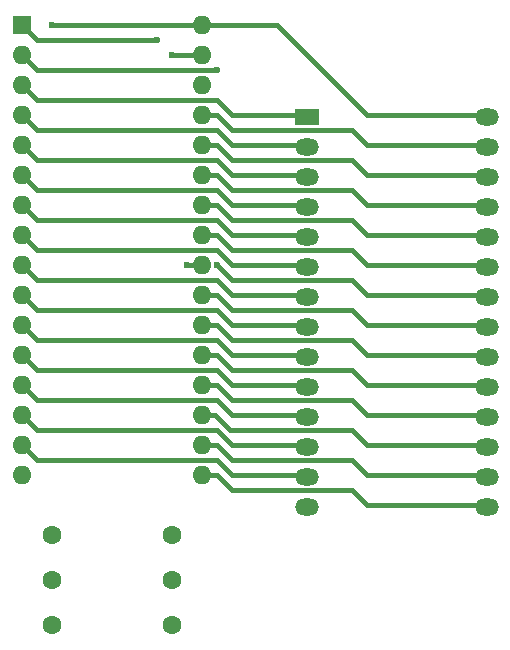
<source format=gbr>
%TF.GenerationSoftware,KiCad,Pcbnew,9.0.6*%
%TF.CreationDate,2026-01-11T11:48:49+09:00*%
%TF.ProjectId,MH01952024221Z2_1Mbit_mask-rom_adaptor,4d483031-3935-4323-9032-343232315a32,rev?*%
%TF.SameCoordinates,Original*%
%TF.FileFunction,Copper,L1,Top*%
%TF.FilePolarity,Positive*%
%FSLAX46Y46*%
G04 Gerber Fmt 4.6, Leading zero omitted, Abs format (unit mm)*
G04 Created by KiCad (PCBNEW 9.0.6) date 2026-01-11 11:48:49*
%MOMM*%
%LPD*%
G01*
G04 APERTURE LIST*
%TA.AperFunction,ComponentPad*%
%ADD10C,1.600000*%
%TD*%
%TA.AperFunction,ComponentPad*%
%ADD11R,1.600000X1.600000*%
%TD*%
%TA.AperFunction,ComponentPad*%
%ADD12O,1.600000X1.600000*%
%TD*%
%TA.AperFunction,ComponentPad*%
%ADD13R,2.000000X1.440000*%
%TD*%
%TA.AperFunction,ComponentPad*%
%ADD14O,2.000000X1.440000*%
%TD*%
%TA.AperFunction,ViaPad*%
%ADD15C,0.600000*%
%TD*%
%TA.AperFunction,Conductor*%
%ADD16C,0.400000*%
%TD*%
G04 APERTURE END LIST*
D10*
%TO.P,R2,1*%
%TO.N,Net-(J1-Pin_24)*%
X106680000Y-100330000D03*
%TO.P,R2,2*%
%TO.N,/VCC*%
X96520000Y-100330000D03*
%TD*%
D11*
%TO.P,J1,1,Pin_1*%
%TO.N,Net-(J1-Pin_1)*%
X93974500Y-53340000D03*
D12*
%TO.P,J1,2,Pin_2*%
%TO.N,/A16*%
X93974500Y-55880000D03*
%TO.P,J1,3,Pin_3*%
%TO.N,/A15*%
X93974500Y-58420000D03*
%TO.P,J1,4,Pin_4*%
%TO.N,/A12*%
X93974500Y-60960000D03*
%TO.P,J1,5,Pin_5*%
%TO.N,/A7*%
X93974500Y-63500000D03*
%TO.P,J1,6,Pin_6*%
%TO.N,/A6*%
X93974500Y-66040000D03*
%TO.P,J1,7,Pin_7*%
%TO.N,/A5*%
X93974500Y-68580000D03*
%TO.P,J1,8,Pin_8*%
%TO.N,/A4*%
X93974500Y-71120000D03*
%TO.P,J1,9,Pin_9*%
%TO.N,/A3*%
X93974500Y-73660000D03*
%TO.P,J1,10,Pin_10*%
%TO.N,/A2*%
X93974500Y-76200000D03*
%TO.P,J1,11,Pin_11*%
%TO.N,/A1*%
X93974500Y-78740000D03*
%TO.P,J1,12,Pin_12*%
%TO.N,/A0*%
X93974500Y-81280000D03*
%TO.P,J1,13,Pin_13*%
%TO.N,/D0*%
X93974500Y-83820000D03*
%TO.P,J1,14,Pin_14*%
%TO.N,/D1*%
X93974500Y-86360000D03*
%TO.P,J1,15,Pin_15*%
%TO.N,/D2*%
X93974500Y-88900000D03*
%TO.P,J1,16,Pin_16*%
%TO.N,/GND*%
X93974500Y-91440000D03*
%TO.P,J1,17,Pin_17*%
%TO.N,/D3*%
X109214500Y-91440000D03*
%TO.P,J1,18,Pin_18*%
%TO.N,/D4*%
X109214500Y-88900000D03*
%TO.P,J1,19,Pin_19*%
%TO.N,/D5*%
X109214500Y-86360000D03*
%TO.P,J1,20,Pin_20*%
%TO.N,/D6*%
X109214500Y-83820000D03*
%TO.P,J1,21,Pin_21*%
%TO.N,/D7*%
X109214500Y-81280000D03*
%TO.P,J1,22,Pin_22*%
%TO.N,/~CE*%
X109214500Y-78740000D03*
%TO.P,J1,23,Pin_23*%
%TO.N,/A10*%
X109214500Y-76200000D03*
%TO.P,J1,24,Pin_24*%
%TO.N,Net-(J1-Pin_24)*%
X109214500Y-73660000D03*
%TO.P,J1,25,Pin_25*%
%TO.N,/A11*%
X109214500Y-71120000D03*
%TO.P,J1,26,Pin_26*%
%TO.N,/A9*%
X109214500Y-68580000D03*
%TO.P,J1,27,Pin_27*%
%TO.N,/A8*%
X109214500Y-66040000D03*
%TO.P,J1,28,Pin_28*%
%TO.N,/A13*%
X109214500Y-63500000D03*
%TO.P,J1,29,Pin_29*%
%TO.N,/A14*%
X109214500Y-60960000D03*
%TO.P,J1,30,Pin_30*%
%TO.N,unconnected-(J1-Pin_30-Pad30)*%
X109214500Y-58420000D03*
%TO.P,J1,31,Pin_31*%
%TO.N,Net-(J1-Pin_31)*%
X109214500Y-55880000D03*
%TO.P,J1,32,Pin_32*%
%TO.N,/VCC*%
X109214500Y-53340000D03*
%TD*%
D10*
%TO.P,R1,1*%
%TO.N,Net-(J1-Pin_31)*%
X106680000Y-96520000D03*
%TO.P,R1,2*%
%TO.N,/VCC*%
X96520000Y-96520000D03*
%TD*%
%TO.P,R3,1*%
%TO.N,Net-(J1-Pin_1)*%
X106680000Y-104140000D03*
%TO.P,R3,2*%
%TO.N,/GND*%
X96520000Y-104140000D03*
%TD*%
D13*
%TO.P,U2,1,A15*%
%TO.N,/A15*%
X118110000Y-61087000D03*
D14*
%TO.P,U2,2,A12*%
%TO.N,/A12*%
X118110000Y-63627000D03*
%TO.P,U2,3,A7*%
%TO.N,/A7*%
X118110000Y-66167000D03*
%TO.P,U2,4,A6*%
%TO.N,/A6*%
X118110000Y-68707000D03*
%TO.P,U2,5,A5*%
%TO.N,/A5*%
X118110000Y-71247000D03*
%TO.P,U2,6,A4*%
%TO.N,/A4*%
X118110000Y-73787000D03*
%TO.P,U2,7,A3*%
%TO.N,/A3*%
X118110000Y-76327000D03*
%TO.P,U2,8,A2*%
%TO.N,/A2*%
X118110000Y-78867000D03*
%TO.P,U2,9,A1*%
%TO.N,/A1*%
X118110000Y-81407000D03*
%TO.P,U2,10,A0*%
%TO.N,/A0*%
X118110000Y-83947000D03*
%TO.P,U2,11,D0*%
%TO.N,/D0*%
X118110000Y-86487000D03*
%TO.P,U2,12,D1*%
%TO.N,/D1*%
X118110000Y-89027000D03*
%TO.P,U2,13,D2*%
%TO.N,/D2*%
X118110000Y-91567000D03*
%TO.P,U2,14,GND*%
%TO.N,/GND*%
X118110000Y-94107000D03*
%TO.P,U2,15,D3*%
%TO.N,/D3*%
X133350000Y-94107000D03*
%TO.P,U2,16,D4*%
%TO.N,/D4*%
X133350000Y-91567000D03*
%TO.P,U2,17,D5*%
%TO.N,/D5*%
X133350000Y-89027000D03*
%TO.P,U2,18,D6*%
%TO.N,/D6*%
X133350000Y-86487000D03*
%TO.P,U2,19,D7*%
%TO.N,/D7*%
X133350000Y-83947000D03*
%TO.P,U2,20,~{CE}*%
%TO.N,/~CE*%
X133350000Y-81407000D03*
%TO.P,U2,21,A10*%
%TO.N,/A10*%
X133350000Y-78867000D03*
%TO.P,U2,22,A16*%
%TO.N,/A16*%
X133350000Y-76327000D03*
%TO.P,U2,23,A11*%
%TO.N,/A11*%
X133350000Y-73787000D03*
%TO.P,U2,24,A9*%
%TO.N,/A9*%
X133350000Y-71247000D03*
%TO.P,U2,25,A8*%
%TO.N,/A8*%
X133350000Y-68707000D03*
%TO.P,U2,26,A13*%
%TO.N,/A13*%
X133350000Y-66167000D03*
%TO.P,U2,27,A14*%
%TO.N,/A14*%
X133350000Y-63627000D03*
%TO.P,U2,28,VCC*%
%TO.N,/VCC*%
X133350000Y-61087000D03*
%TD*%
D15*
%TO.N,Net-(J1-Pin_1)*%
X105410000Y-54610000D03*
%TO.N,Net-(J1-Pin_31)*%
X106680000Y-55880000D03*
%TO.N,/VCC*%
X96520000Y-53340000D03*
%TO.N,Net-(J1-Pin_24)*%
X107950000Y-73660000D03*
%TO.N,/A16*%
X110490000Y-73660000D03*
X110490000Y-57150000D03*
%TD*%
D16*
%TO.N,Net-(J1-Pin_1)*%
X95244500Y-54610000D02*
X93974500Y-53340000D01*
X105410000Y-54610000D02*
X95244500Y-54610000D01*
%TO.N,/D4*%
X123190000Y-91440000D02*
X133223000Y-91440000D01*
X110490000Y-88900000D02*
X111760000Y-90170000D01*
X111760000Y-90170000D02*
X121920000Y-90170000D01*
X109214500Y-88900000D02*
X110490000Y-88900000D01*
X133223000Y-91440000D02*
X133350000Y-91567000D01*
X121920000Y-90170000D02*
X123190000Y-91440000D01*
%TO.N,Net-(J1-Pin_31)*%
X109214500Y-55880000D02*
X106680000Y-55880000D01*
%TO.N,/A4*%
X111760000Y-73660000D02*
X117983000Y-73660000D01*
X117983000Y-73660000D02*
X118110000Y-73787000D01*
X93974500Y-71120000D02*
X95244500Y-72390000D01*
X110490000Y-72390000D02*
X111760000Y-73660000D01*
X95244500Y-72390000D02*
X110490000Y-72390000D01*
%TO.N,/A7*%
X111760000Y-66040000D02*
X117983000Y-66040000D01*
X95244500Y-64770000D02*
X110490000Y-64770000D01*
X110490000Y-64770000D02*
X111760000Y-66040000D01*
X117983000Y-66040000D02*
X118110000Y-66167000D01*
X93974500Y-63500000D02*
X95244500Y-64770000D01*
%TO.N,/~CE*%
X109214500Y-78740000D02*
X110490000Y-78740000D01*
X110490000Y-78740000D02*
X111760000Y-80010000D01*
X111760000Y-80010000D02*
X121920000Y-80010000D01*
X133223000Y-81280000D02*
X133350000Y-81407000D01*
X121920000Y-80010000D02*
X123190000Y-81280000D01*
X123190000Y-81280000D02*
X133223000Y-81280000D01*
%TO.N,/A8*%
X133223000Y-68580000D02*
X133350000Y-68707000D01*
X123190000Y-68580000D02*
X133223000Y-68580000D01*
X109214500Y-66040000D02*
X110490000Y-66040000D01*
X111760000Y-67310000D02*
X121920000Y-67310000D01*
X121920000Y-67310000D02*
X123190000Y-68580000D01*
X110490000Y-66040000D02*
X111760000Y-67310000D01*
%TO.N,/A0*%
X110490000Y-82550000D02*
X111760000Y-83820000D01*
X93974500Y-81280000D02*
X95244500Y-82550000D01*
X117983000Y-83820000D02*
X118110000Y-83947000D01*
X111760000Y-83820000D02*
X117983000Y-83820000D01*
X95244500Y-82550000D02*
X110490000Y-82550000D01*
%TO.N,/A1*%
X111760000Y-81280000D02*
X117983000Y-81280000D01*
X93974500Y-78740000D02*
X95244500Y-80010000D01*
X110490000Y-80010000D02*
X111760000Y-81280000D01*
X117983000Y-81280000D02*
X118110000Y-81407000D01*
X95244500Y-80010000D02*
X110490000Y-80010000D01*
%TO.N,/A2*%
X95244500Y-77470000D02*
X110521750Y-77470000D01*
X110521750Y-77470000D02*
X111791750Y-78740000D01*
X93974500Y-76200000D02*
X95244500Y-77470000D01*
X111791750Y-78740000D02*
X117983000Y-78740000D01*
X117983000Y-78740000D02*
X118110000Y-78867000D01*
%TO.N,/D1*%
X111760000Y-88900000D02*
X117983000Y-88900000D01*
X93974500Y-86360000D02*
X95244500Y-87630000D01*
X95244500Y-87630000D02*
X110490000Y-87630000D01*
X117983000Y-88900000D02*
X118110000Y-89027000D01*
X110490000Y-87630000D02*
X111760000Y-88900000D01*
%TO.N,/A13*%
X111760000Y-64770000D02*
X121920000Y-64770000D01*
X123190000Y-66040000D02*
X133223000Y-66040000D01*
X133223000Y-66040000D02*
X133350000Y-66167000D01*
X110490000Y-63500000D02*
X111760000Y-64770000D01*
X121920000Y-64770000D02*
X123190000Y-66040000D01*
X109214500Y-63500000D02*
X110490000Y-63500000D01*
%TO.N,/A3*%
X111823500Y-76200000D02*
X117983000Y-76200000D01*
X93974500Y-73660000D02*
X95244500Y-74930000D01*
X95244500Y-74930000D02*
X110553500Y-74930000D01*
X117983000Y-76200000D02*
X118110000Y-76327000D01*
X110553500Y-74930000D02*
X111823500Y-76200000D01*
%TO.N,/A10*%
X121920000Y-77470000D02*
X123190000Y-78740000D01*
X123190000Y-78740000D02*
X133223000Y-78740000D01*
X110490000Y-76200000D02*
X111760000Y-77470000D01*
X133223000Y-78740000D02*
X133350000Y-78867000D01*
X109214500Y-76200000D02*
X110490000Y-76200000D01*
X111760000Y-77470000D02*
X121920000Y-77470000D01*
%TO.N,/D3*%
X133223000Y-93980000D02*
X133350000Y-94107000D01*
X109214500Y-91440000D02*
X110490000Y-91440000D01*
X121920000Y-92710000D02*
X123190000Y-93980000D01*
X123190000Y-93980000D02*
X133223000Y-93980000D01*
X110490000Y-91440000D02*
X111760000Y-92710000D01*
X111760000Y-92710000D02*
X121920000Y-92710000D01*
%TO.N,/A11*%
X111760000Y-72390000D02*
X121920000Y-72390000D01*
X109214500Y-71120000D02*
X110490000Y-71120000D01*
X123190000Y-73660000D02*
X133223000Y-73660000D01*
X110490000Y-71120000D02*
X111760000Y-72390000D01*
X133223000Y-73660000D02*
X133350000Y-73787000D01*
X121920000Y-72390000D02*
X123190000Y-73660000D01*
%TO.N,/A12*%
X93974500Y-60960000D02*
X95244500Y-62230000D01*
X117983000Y-63500000D02*
X118110000Y-63627000D01*
X95244500Y-62230000D02*
X110490000Y-62230000D01*
X110490000Y-62230000D02*
X111760000Y-63500000D01*
X111760000Y-63500000D02*
X117983000Y-63500000D01*
%TO.N,/A15*%
X110490000Y-59690000D02*
X111760000Y-60960000D01*
X111760000Y-60960000D02*
X117983000Y-60960000D01*
X93974500Y-58420000D02*
X95244500Y-59690000D01*
X117983000Y-60960000D02*
X118110000Y-61087000D01*
X95244500Y-59690000D02*
X110490000Y-59690000D01*
%TO.N,/VCC*%
X133223000Y-60960000D02*
X133350000Y-61087000D01*
X109214500Y-53340000D02*
X115570000Y-53340000D01*
X109214500Y-53340000D02*
X96520000Y-53340000D01*
X123190000Y-60960000D02*
X133223000Y-60960000D01*
X115570000Y-53340000D02*
X123190000Y-60960000D01*
%TO.N,Net-(J1-Pin_24)*%
X109214500Y-73660000D02*
X107950000Y-73660000D01*
%TO.N,/D0*%
X93974500Y-83820000D02*
X95244500Y-85090000D01*
X117983000Y-86360000D02*
X118110000Y-86487000D01*
X95244500Y-85090000D02*
X110490000Y-85090000D01*
X110490000Y-85090000D02*
X111760000Y-86360000D01*
X111760000Y-86360000D02*
X117983000Y-86360000D01*
%TO.N,/A14*%
X121920000Y-62230000D02*
X123190000Y-63500000D01*
X111760000Y-62230000D02*
X121920000Y-62230000D01*
X123190000Y-63500000D02*
X133223000Y-63500000D01*
X109214500Y-60960000D02*
X110490000Y-60960000D01*
X133223000Y-63500000D02*
X133350000Y-63627000D01*
X110490000Y-60960000D02*
X111760000Y-62230000D01*
%TO.N,/A5*%
X117983000Y-71120000D02*
X118110000Y-71247000D01*
X110553500Y-69850000D02*
X111823500Y-71120000D01*
X93974500Y-68580000D02*
X95244500Y-69850000D01*
X95244500Y-69850000D02*
X110553500Y-69850000D01*
X111823500Y-71120000D02*
X117983000Y-71120000D01*
%TO.N,/D2*%
X110490000Y-90170000D02*
X111760000Y-91440000D01*
X111760000Y-91440000D02*
X117983000Y-91440000D01*
X95244500Y-90170000D02*
X110490000Y-90170000D01*
X117983000Y-91440000D02*
X118110000Y-91567000D01*
X93974500Y-88900000D02*
X95244500Y-90170000D01*
%TO.N,/D6*%
X110490000Y-83820000D02*
X111760000Y-85090000D01*
X133223000Y-86360000D02*
X133350000Y-86487000D01*
X109214500Y-83820000D02*
X110490000Y-83820000D01*
X121920000Y-85090000D02*
X123190000Y-86360000D01*
X123190000Y-86360000D02*
X133223000Y-86360000D01*
X111760000Y-85090000D02*
X121920000Y-85090000D01*
%TO.N,/A16*%
X111760000Y-74930000D02*
X121920000Y-74930000D01*
X133223000Y-76200000D02*
X133350000Y-76327000D01*
X110490000Y-57150000D02*
X95244500Y-57150000D01*
X121920000Y-74930000D02*
X123190000Y-76200000D01*
X110490000Y-73660000D02*
X111760000Y-74930000D01*
X123190000Y-76200000D02*
X133223000Y-76200000D01*
X95244500Y-57150000D02*
X93974500Y-55880000D01*
%TO.N,/A9*%
X121920000Y-69850000D02*
X123190000Y-71120000D01*
X133223000Y-71120000D02*
X133350000Y-71247000D01*
X111760000Y-69850000D02*
X121920000Y-69850000D01*
X110490000Y-68580000D02*
X111760000Y-69850000D01*
X109214500Y-68580000D02*
X110490000Y-68580000D01*
X123190000Y-71120000D02*
X133223000Y-71120000D01*
%TO.N,/A6*%
X93974500Y-66040000D02*
X95244500Y-67310000D01*
X117983000Y-68580000D02*
X118110000Y-68707000D01*
X110490000Y-67310000D02*
X111760000Y-68580000D01*
X95244500Y-67310000D02*
X110490000Y-67310000D01*
X111760000Y-68580000D02*
X117983000Y-68580000D01*
%TO.N,/D5*%
X109214500Y-86360000D02*
X110363000Y-86360000D01*
X133223000Y-88900000D02*
X133350000Y-89027000D01*
X110363000Y-86360000D02*
X111633000Y-87630000D01*
X123190000Y-88900000D02*
X133223000Y-88900000D01*
X111633000Y-87630000D02*
X121920000Y-87630000D01*
X121920000Y-87630000D02*
X123190000Y-88900000D01*
%TO.N,/D7*%
X109214500Y-81280000D02*
X110490000Y-81280000D01*
X123190000Y-83820000D02*
X133223000Y-83820000D01*
X133223000Y-83820000D02*
X133350000Y-83947000D01*
X111760000Y-82550000D02*
X121920000Y-82550000D01*
X121920000Y-82550000D02*
X123190000Y-83820000D01*
X110490000Y-81280000D02*
X111760000Y-82550000D01*
%TD*%
M02*

</source>
